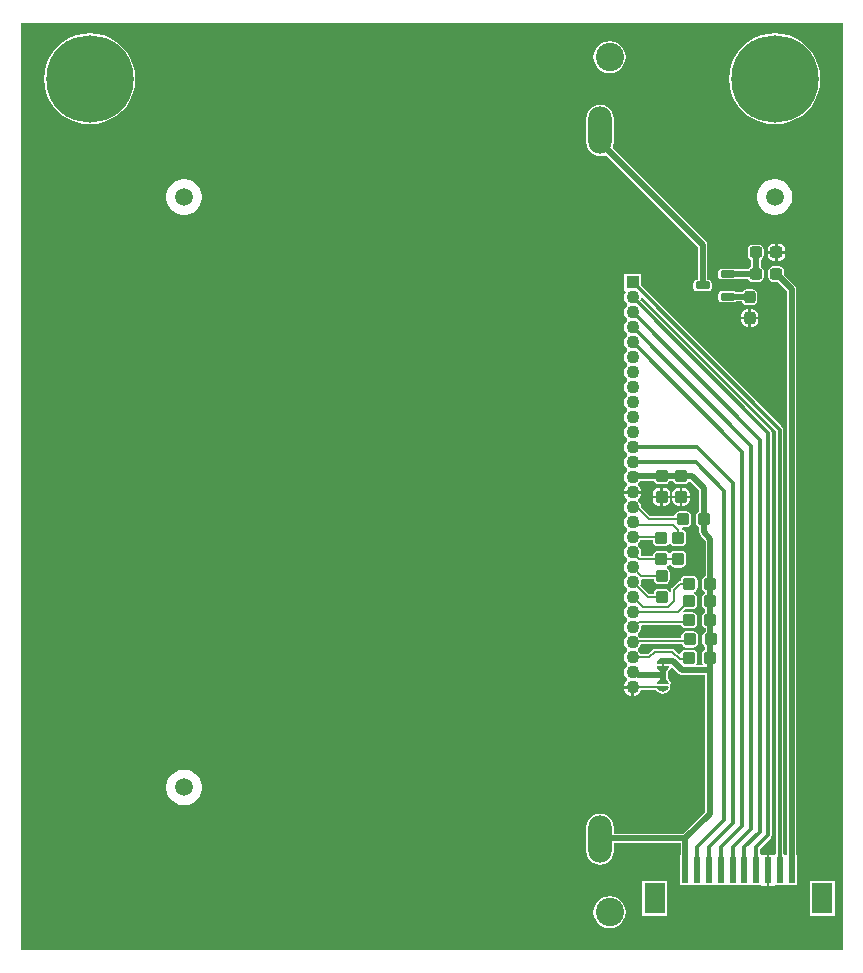
<source format=gbr>
%TF.GenerationSoftware,Altium Limited,Altium Designer,24.7.2 (38)*%
G04 Layer_Physical_Order=2*
G04 Layer_Color=16711680*
%FSLAX43Y43*%
%MOMM*%
%TF.SameCoordinates,6EE5CD54-FE70-432D-B01E-CA14D31D91FF*%
%TF.FilePolarity,Positive*%
%TF.FileFunction,Copper,L2,Bot,Signal*%
%TF.Part,Single*%
G01*
G75*
%TA.AperFunction,ComponentPad*%
%ADD10C,1.100*%
%ADD11R,1.100X1.100*%
%ADD12O,2.000X4.000*%
%ADD13C,2.400*%
%TA.AperFunction,Conductor*%
%ADD14C,0.152*%
%TA.AperFunction,NonConductor*%
%ADD15C,0.152*%
%TA.AperFunction,SMDPad,CuDef*%
G04:AMPARAMS|DCode=16|XSize=1.05mm|YSize=1.1mm|CornerRadius=0.263mm|HoleSize=0mm|Usage=FLASHONLY|Rotation=270.000|XOffset=0mm|YOffset=0mm|HoleType=Round|Shape=RoundedRectangle|*
%AMROUNDEDRECTD16*
21,1,1.050,0.575,0,0,270.0*
21,1,0.525,1.100,0,0,270.0*
1,1,0.525,-0.288,-0.263*
1,1,0.525,-0.288,0.263*
1,1,0.525,0.288,0.263*
1,1,0.525,0.288,-0.263*
%
%ADD16ROUNDEDRECTD16*%
%ADD17C,0.200*%
G04:AMPARAMS|DCode=18|XSize=1.05mm|YSize=1.1mm|CornerRadius=0.263mm|HoleSize=0mm|Usage=FLASHONLY|Rotation=0.000|XOffset=0mm|YOffset=0mm|HoleType=Round|Shape=RoundedRectangle|*
%AMROUNDEDRECTD18*
21,1,1.050,0.575,0,0,0.0*
21,1,0.525,1.100,0,0,0.0*
1,1,0.525,0.263,-0.288*
1,1,0.525,-0.263,-0.288*
1,1,0.525,-0.263,0.288*
1,1,0.525,0.263,0.288*
%
%ADD18ROUNDEDRECTD18*%
G04:AMPARAMS|DCode=19|XSize=1mm|YSize=1.05mm|CornerRadius=0.25mm|HoleSize=0mm|Usage=FLASHONLY|Rotation=270.000|XOffset=0mm|YOffset=0mm|HoleType=Round|Shape=RoundedRectangle|*
%AMROUNDEDRECTD19*
21,1,1.000,0.550,0,0,270.0*
21,1,0.500,1.050,0,0,270.0*
1,1,0.500,-0.275,-0.250*
1,1,0.500,-0.275,0.250*
1,1,0.500,0.275,0.250*
1,1,0.500,0.275,-0.250*
%
%ADD19ROUNDEDRECTD19*%
G04:AMPARAMS|DCode=20|XSize=1mm|YSize=1.05mm|CornerRadius=0.25mm|HoleSize=0mm|Usage=FLASHONLY|Rotation=0.000|XOffset=0mm|YOffset=0mm|HoleType=Round|Shape=RoundedRectangle|*
%AMROUNDEDRECTD20*
21,1,1.000,0.550,0,0,0.0*
21,1,0.500,1.050,0,0,0.0*
1,1,0.500,0.250,-0.275*
1,1,0.500,-0.250,-0.275*
1,1,0.500,-0.250,0.275*
1,1,0.500,0.250,0.275*
%
%ADD20ROUNDEDRECTD20*%
%ADD21R,1.800X2.600*%
%ADD22R,0.600X2.200*%
G04:AMPARAMS|DCode=23|XSize=1.23mm|YSize=0.6mm|CornerRadius=0.075mm|HoleSize=0mm|Usage=FLASHONLY|Rotation=180.000|XOffset=0mm|YOffset=0mm|HoleType=Round|Shape=RoundedRectangle|*
%AMROUNDEDRECTD23*
21,1,1.230,0.450,0,0,180.0*
21,1,1.080,0.600,0,0,180.0*
1,1,0.150,-0.540,0.225*
1,1,0.150,0.540,0.225*
1,1,0.150,0.540,-0.225*
1,1,0.150,-0.540,-0.225*
%
%ADD23ROUNDEDRECTD23*%
%TA.AperFunction,FiducialPad,Global*%
%ADD24C,1.500*%
%TA.AperFunction,Conductor*%
%ADD25C,0.300*%
%ADD26C,0.500*%
%ADD27C,0.200*%
%TA.AperFunction,NonConductor*%
%ADD28C,0.203*%
%TA.AperFunction,ComponentPad*%
%ADD29C,7.400*%
G36*
X69745Y-78745D02*
X151D01*
Y-261D01*
X69745D01*
Y-78745D01*
D02*
G37*
%LPC*%
G36*
X50016Y-1813D02*
X49663Y-1860D01*
X49335Y-1996D01*
X49052Y-2212D01*
X48836Y-2495D01*
X48700Y-2823D01*
X48653Y-3176D01*
X48700Y-3529D01*
X48836Y-3857D01*
X49052Y-4140D01*
X49335Y-4356D01*
X49663Y-4492D01*
X50016Y-4539D01*
X50369Y-4492D01*
X50697Y-4356D01*
X50980Y-4140D01*
X51196Y-3857D01*
X51332Y-3529D01*
X51379Y-3176D01*
X51332Y-2823D01*
X51196Y-2495D01*
X50980Y-2212D01*
X50697Y-1996D01*
X50369Y-1860D01*
X50016Y-1813D01*
D02*
G37*
G36*
X64000Y-1137D02*
X63396Y-1185D01*
X62806Y-1326D01*
X62246Y-1558D01*
X61729Y-1875D01*
X61269Y-2269D01*
X60875Y-2729D01*
X60558Y-3246D01*
X60326Y-3806D01*
X60185Y-4396D01*
X60137Y-5000D01*
X60185Y-5604D01*
X60326Y-6194D01*
X60558Y-6754D01*
X60875Y-7271D01*
X61269Y-7732D01*
X61729Y-8125D01*
X62246Y-8442D01*
X62806Y-8674D01*
X63396Y-8815D01*
X64000Y-8863D01*
X64604Y-8815D01*
X65194Y-8674D01*
X65754Y-8442D01*
X66271Y-8125D01*
X66732Y-7732D01*
X67125Y-7271D01*
X67442Y-6754D01*
X67674Y-6194D01*
X67815Y-5604D01*
X67863Y-5000D01*
X67815Y-4396D01*
X67674Y-3806D01*
X67442Y-3246D01*
X67125Y-2729D01*
X66732Y-2269D01*
X66271Y-1875D01*
X65754Y-1558D01*
X65194Y-1326D01*
X64604Y-1185D01*
X64000Y-1137D01*
D02*
G37*
G36*
X6000D02*
X5396Y-1185D01*
X4806Y-1326D01*
X4246Y-1558D01*
X3729Y-1875D01*
X3269Y-2269D01*
X2875Y-2729D01*
X2558Y-3246D01*
X2326Y-3806D01*
X2185Y-4396D01*
X2137Y-5000D01*
X2185Y-5604D01*
X2326Y-6194D01*
X2558Y-6754D01*
X2875Y-7271D01*
X3269Y-7732D01*
X3729Y-8125D01*
X4246Y-8442D01*
X4806Y-8674D01*
X5396Y-8815D01*
X6000Y-8863D01*
X6604Y-8815D01*
X7194Y-8674D01*
X7754Y-8442D01*
X8271Y-8125D01*
X8731Y-7732D01*
X9125Y-7271D01*
X9442Y-6754D01*
X9674Y-6194D01*
X9815Y-5604D01*
X9863Y-5000D01*
X9815Y-4396D01*
X9674Y-3806D01*
X9442Y-3246D01*
X9125Y-2729D01*
X8731Y-2269D01*
X8271Y-1875D01*
X7754Y-1558D01*
X7194Y-1326D01*
X6604Y-1185D01*
X6000Y-1137D01*
D02*
G37*
G36*
X64148Y-13506D02*
X63852D01*
X63562Y-13564D01*
X63289Y-13677D01*
X63044Y-13841D01*
X62835Y-14050D01*
X62671Y-14295D01*
X62558Y-14568D01*
X62500Y-14858D01*
Y-15154D01*
X62558Y-15444D01*
X62671Y-15717D01*
X62835Y-15962D01*
X63044Y-16171D01*
X63289Y-16335D01*
X63562Y-16448D01*
X63852Y-16506D01*
X64148D01*
X64438Y-16448D01*
X64711Y-16335D01*
X64956Y-16171D01*
X65165Y-15962D01*
X65329Y-15717D01*
X65442Y-15444D01*
X65500Y-15154D01*
Y-14858D01*
X65442Y-14568D01*
X65329Y-14295D01*
X65165Y-14050D01*
X64956Y-13841D01*
X64711Y-13677D01*
X64438Y-13564D01*
X64148Y-13506D01*
D02*
G37*
G36*
X14148D02*
X13852D01*
X13562Y-13564D01*
X13289Y-13677D01*
X13044Y-13841D01*
X12835Y-14050D01*
X12671Y-14295D01*
X12558Y-14568D01*
X12500Y-14858D01*
Y-15154D01*
X12558Y-15444D01*
X12671Y-15717D01*
X12835Y-15962D01*
X13044Y-16171D01*
X13289Y-16335D01*
X13562Y-16448D01*
X13852Y-16506D01*
X14148D01*
X14438Y-16448D01*
X14711Y-16335D01*
X14956Y-16171D01*
X15165Y-15962D01*
X15329Y-15717D01*
X15442Y-15444D01*
X15500Y-15154D01*
Y-14858D01*
X15442Y-14568D01*
X15329Y-14295D01*
X15165Y-14050D01*
X14956Y-13841D01*
X14711Y-13677D01*
X14438Y-13564D01*
X14148Y-13506D01*
D02*
G37*
G36*
X64419Y-18982D02*
X64244D01*
Y-19591D01*
X64878D01*
Y-19441D01*
X64843Y-19265D01*
X64743Y-19117D01*
X64595Y-19017D01*
X64419Y-18982D01*
D02*
G37*
G36*
X64044D02*
X63869D01*
X63693Y-19017D01*
X63545Y-19117D01*
X63445Y-19265D01*
X63410Y-19441D01*
Y-19591D01*
X64044D01*
Y-18982D01*
D02*
G37*
G36*
X64878Y-19791D02*
X64244D01*
Y-20400D01*
X64419D01*
X64595Y-20365D01*
X64743Y-20265D01*
X64843Y-20117D01*
X64878Y-19941D01*
Y-19791D01*
D02*
G37*
G36*
X64044D02*
X63410D01*
Y-19941D01*
X63445Y-20117D01*
X63545Y-20265D01*
X63693Y-20365D01*
X63869Y-20400D01*
X64044D01*
Y-19791D01*
D02*
G37*
G36*
X62669Y-19032D02*
X62119D01*
X61963Y-19063D01*
X61830Y-19152D01*
X61741Y-19285D01*
X61710Y-19441D01*
Y-19941D01*
X61741Y-20097D01*
X61830Y-20230D01*
X61963Y-20319D01*
X61985Y-20323D01*
Y-20903D01*
X61963Y-20907D01*
X61830Y-20996D01*
X61743Y-21126D01*
X60683D01*
X60639Y-21097D01*
X60551Y-21080D01*
X59471D01*
X59383Y-21097D01*
X59308Y-21147D01*
X59258Y-21222D01*
X59241Y-21310D01*
Y-21760D01*
X59258Y-21848D01*
X59308Y-21923D01*
X59383Y-21973D01*
X59471Y-21990D01*
X60551D01*
X60639Y-21973D01*
X60683Y-21944D01*
X61743D01*
X61830Y-22074D01*
X61963Y-22163D01*
X62119Y-22194D01*
X62669D01*
X62825Y-22163D01*
X62958Y-22074D01*
X63047Y-21941D01*
X63078Y-21785D01*
Y-21285D01*
X63047Y-21129D01*
X62958Y-20996D01*
X62825Y-20907D01*
X62803Y-20903D01*
Y-20323D01*
X62825Y-20319D01*
X62958Y-20230D01*
X63047Y-20097D01*
X63078Y-19941D01*
Y-19441D01*
X63047Y-19285D01*
X62958Y-19152D01*
X62825Y-19063D01*
X62669Y-19032D01*
D02*
G37*
G36*
X49226Y-7215D02*
X48926Y-7255D01*
X48646Y-7371D01*
X48405Y-7555D01*
X48221Y-7796D01*
X48105Y-8076D01*
X48065Y-8376D01*
Y-10376D01*
X48105Y-10676D01*
X48221Y-10956D01*
X48405Y-11197D01*
X48646Y-11381D01*
X48926Y-11497D01*
X49226Y-11537D01*
X49526Y-11497D01*
X49698Y-11426D01*
X57482Y-19210D01*
Y-22030D01*
X57351D01*
X57263Y-22047D01*
X57188Y-22097D01*
X57138Y-22172D01*
X57121Y-22260D01*
Y-22710D01*
X57138Y-22798D01*
X57188Y-22873D01*
X57263Y-22923D01*
X57351Y-22940D01*
X58431D01*
X58519Y-22923D01*
X58594Y-22873D01*
X58644Y-22798D01*
X58661Y-22710D01*
Y-22260D01*
X58644Y-22172D01*
X58594Y-22097D01*
X58519Y-22047D01*
X58431Y-22030D01*
X58300D01*
Y-19041D01*
X58269Y-18885D01*
X58180Y-18752D01*
X50276Y-10848D01*
X50347Y-10676D01*
X50387Y-10376D01*
Y-8376D01*
X50347Y-8076D01*
X50231Y-7796D01*
X50047Y-7555D01*
X49806Y-7371D01*
X49526Y-7255D01*
X49226Y-7215D01*
D02*
G37*
G36*
X62122Y-22817D02*
X61622D01*
X61466Y-22848D01*
X61333Y-22937D01*
X61273Y-23026D01*
X60683D01*
X60639Y-22997D01*
X60551Y-22980D01*
X59471D01*
X59383Y-22997D01*
X59308Y-23047D01*
X59258Y-23122D01*
X59241Y-23210D01*
Y-23660D01*
X59258Y-23748D01*
X59308Y-23823D01*
X59383Y-23873D01*
X59471Y-23890D01*
X60551D01*
X60639Y-23873D01*
X60683Y-23844D01*
X61227D01*
X61244Y-23932D01*
X61333Y-24065D01*
X61466Y-24154D01*
X61622Y-24185D01*
X62122D01*
X62278Y-24154D01*
X62411Y-24065D01*
X62500Y-23932D01*
X62531Y-23776D01*
Y-23226D01*
X62500Y-23070D01*
X62411Y-22937D01*
X62278Y-22848D01*
X62122Y-22817D01*
D02*
G37*
G36*
Y-24517D02*
X61972D01*
Y-25151D01*
X62581D01*
Y-24976D01*
X62546Y-24800D01*
X62446Y-24652D01*
X62298Y-24552D01*
X62122Y-24517D01*
D02*
G37*
G36*
X61772D02*
X61622D01*
X61446Y-24552D01*
X61298Y-24652D01*
X61198Y-24800D01*
X61163Y-24976D01*
Y-25151D01*
X61772D01*
Y-24517D01*
D02*
G37*
G36*
X62581Y-25351D02*
X61972D01*
Y-25985D01*
X62122D01*
X62298Y-25950D01*
X62446Y-25850D01*
X62546Y-25702D01*
X62581Y-25526D01*
Y-25351D01*
D02*
G37*
G36*
X61772D02*
X61163D01*
Y-25526D01*
X61198Y-25702D01*
X61298Y-25850D01*
X61446Y-25950D01*
X61622Y-25985D01*
X61772D01*
Y-25351D01*
D02*
G37*
G36*
X56326Y-39644D02*
X56163D01*
Y-40303D01*
X56797D01*
Y-40116D01*
X56761Y-39935D01*
X56659Y-39782D01*
X56506Y-39680D01*
X56326Y-39644D01*
D02*
G37*
G36*
X55963D02*
X55801D01*
X55620Y-39680D01*
X55467Y-39782D01*
X55365Y-39935D01*
X55329Y-40116D01*
Y-40303D01*
X55963D01*
Y-39644D01*
D02*
G37*
G36*
X54686D02*
X54523D01*
Y-40303D01*
X55158D01*
Y-40116D01*
X55122Y-39935D01*
X55019Y-39782D01*
X54866Y-39680D01*
X54686Y-39644D01*
D02*
G37*
G36*
X54323D02*
X54161D01*
X53981Y-39680D01*
X53828Y-39782D01*
X53725Y-39935D01*
X53689Y-40116D01*
Y-40303D01*
X54323D01*
Y-39644D01*
D02*
G37*
G36*
X56797Y-40503D02*
X56163D01*
Y-41162D01*
X56326D01*
X56506Y-41126D01*
X56659Y-41024D01*
X56761Y-40871D01*
X56797Y-40691D01*
Y-40503D01*
D02*
G37*
G36*
X55963D02*
X55329D01*
Y-40691D01*
X55365Y-40871D01*
X55467Y-41024D01*
X55620Y-41126D01*
X55801Y-41162D01*
X55963D01*
Y-40503D01*
D02*
G37*
G36*
X55158D02*
X54523D01*
Y-41162D01*
X54686D01*
X54866Y-41126D01*
X55019Y-41024D01*
X55122Y-40871D01*
X55158Y-40691D01*
Y-40503D01*
D02*
G37*
G36*
X54323D02*
X53689D01*
Y-40691D01*
X53725Y-40871D01*
X53828Y-41024D01*
X53981Y-41126D01*
X54161Y-41162D01*
X54323D01*
Y-40503D01*
D02*
G37*
G36*
X51866Y-56621D02*
X51223D01*
X51235Y-56717D01*
X51311Y-56899D01*
X51431Y-57056D01*
X51588Y-57176D01*
X51770Y-57252D01*
X51866Y-57264D01*
Y-56621D01*
D02*
G37*
G36*
X14148Y-63500D02*
X13852D01*
X13562Y-63558D01*
X13289Y-63671D01*
X13044Y-63835D01*
X12835Y-64044D01*
X12671Y-64289D01*
X12558Y-64562D01*
X12500Y-64852D01*
Y-65148D01*
X12558Y-65438D01*
X12671Y-65711D01*
X12835Y-65956D01*
X13044Y-66165D01*
X13289Y-66329D01*
X13562Y-66442D01*
X13852Y-66500D01*
X14148D01*
X14438Y-66442D01*
X14711Y-66329D01*
X14956Y-66165D01*
X15165Y-65956D01*
X15329Y-65711D01*
X15442Y-65438D01*
X15500Y-65148D01*
Y-64852D01*
X15442Y-64562D01*
X15329Y-64289D01*
X15165Y-64044D01*
X14956Y-63835D01*
X14711Y-63671D01*
X14438Y-63558D01*
X14148Y-63500D01*
D02*
G37*
G36*
X64419Y-20876D02*
X63869D01*
X63713Y-20907D01*
X63580Y-20996D01*
X63491Y-21129D01*
X63460Y-21285D01*
Y-21785D01*
X63491Y-21941D01*
X63580Y-22074D01*
X63713Y-22163D01*
X63869Y-22194D01*
X64250D01*
X65029Y-22973D01*
Y-70715D01*
X64889Y-70749D01*
X64744Y-70637D01*
Y-34702D01*
X64721Y-34585D01*
X64655Y-34485D01*
X52667Y-22498D01*
Y-21530D01*
X51265D01*
Y-22932D01*
X51330D01*
X51404Y-23082D01*
X51354Y-23147D01*
X51283Y-23318D01*
X51259Y-23501D01*
X51283Y-23684D01*
X51354Y-23855D01*
X51466Y-24001D01*
X51519Y-24041D01*
Y-24231D01*
X51466Y-24271D01*
X51354Y-24417D01*
X51283Y-24588D01*
X51259Y-24771D01*
X51283Y-24954D01*
X51354Y-25125D01*
X51466Y-25271D01*
X51519Y-25311D01*
Y-25501D01*
X51466Y-25541D01*
X51354Y-25687D01*
X51283Y-25858D01*
X51259Y-26041D01*
X51283Y-26224D01*
X51354Y-26395D01*
X51466Y-26541D01*
X51519Y-26581D01*
Y-26771D01*
X51466Y-26811D01*
X51354Y-26957D01*
X51283Y-27128D01*
X51259Y-27311D01*
X51283Y-27494D01*
X51354Y-27665D01*
X51466Y-27811D01*
X51519Y-27851D01*
Y-28041D01*
X51466Y-28081D01*
X51354Y-28227D01*
X51283Y-28398D01*
X51259Y-28581D01*
X51283Y-28764D01*
X51354Y-28935D01*
X51466Y-29081D01*
X51519Y-29121D01*
Y-29311D01*
X51466Y-29351D01*
X51354Y-29497D01*
X51283Y-29668D01*
X51259Y-29851D01*
X51283Y-30034D01*
X51354Y-30205D01*
X51466Y-30351D01*
X51519Y-30391D01*
Y-30581D01*
X51466Y-30621D01*
X51354Y-30767D01*
X51283Y-30938D01*
X51259Y-31121D01*
X51283Y-31304D01*
X51354Y-31475D01*
X51466Y-31621D01*
X51519Y-31661D01*
Y-31851D01*
X51466Y-31891D01*
X51354Y-32037D01*
X51283Y-32208D01*
X51259Y-32391D01*
X51283Y-32574D01*
X51354Y-32745D01*
X51466Y-32891D01*
X51519Y-32931D01*
Y-33121D01*
X51466Y-33161D01*
X51354Y-33307D01*
X51283Y-33478D01*
X51259Y-33661D01*
X51283Y-33844D01*
X51354Y-34015D01*
X51466Y-34161D01*
X51519Y-34201D01*
Y-34391D01*
X51466Y-34431D01*
X51354Y-34577D01*
X51283Y-34748D01*
X51259Y-34931D01*
X51283Y-35114D01*
X51354Y-35285D01*
X51466Y-35431D01*
X51519Y-35471D01*
Y-35661D01*
X51466Y-35701D01*
X51354Y-35847D01*
X51283Y-36018D01*
X51259Y-36201D01*
X51283Y-36384D01*
X51354Y-36555D01*
X51466Y-36701D01*
X51519Y-36741D01*
Y-36931D01*
X51466Y-36971D01*
X51354Y-37117D01*
X51283Y-37288D01*
X51259Y-37471D01*
X51283Y-37654D01*
X51354Y-37825D01*
X51466Y-37971D01*
X51519Y-38011D01*
Y-38201D01*
X51466Y-38241D01*
X51354Y-38387D01*
X51283Y-38558D01*
X51259Y-38741D01*
X51283Y-38924D01*
X51354Y-39095D01*
X51466Y-39241D01*
X51479Y-39251D01*
Y-39440D01*
X51431Y-39476D01*
X51311Y-39633D01*
X51235Y-39815D01*
X51223Y-39911D01*
X51966D01*
X52709D01*
X52697Y-39815D01*
X52621Y-39633D01*
X52501Y-39476D01*
X52453Y-39440D01*
Y-39251D01*
X52466Y-39241D01*
X52578Y-39095D01*
X52613Y-39012D01*
X53764D01*
X53771Y-39052D01*
X53863Y-39189D01*
X54000Y-39280D01*
X54161Y-39312D01*
X54686D01*
X54847Y-39280D01*
X54984Y-39189D01*
X55075Y-39052D01*
X55083Y-39012D01*
X55403D01*
X55411Y-39052D01*
X55503Y-39189D01*
X55639Y-39280D01*
X55801Y-39312D01*
X56326D01*
X56487Y-39280D01*
X56624Y-39189D01*
X56711Y-39058D01*
X56806Y-39048D01*
X56862Y-39046D01*
X57613Y-39797D01*
Y-41637D01*
X57573Y-41645D01*
X57436Y-41736D01*
X57345Y-41873D01*
X57313Y-42034D01*
Y-42559D01*
X57345Y-42721D01*
X57436Y-42858D01*
X57573Y-42949D01*
X57613Y-42957D01*
Y-43400D01*
X57644Y-43556D01*
X57733Y-43689D01*
X58155Y-44112D01*
Y-47104D01*
X58115Y-47112D01*
X57979Y-47203D01*
X57887Y-47340D01*
X57855Y-47501D01*
Y-48026D01*
X57887Y-48188D01*
X57979Y-48324D01*
X58115Y-48416D01*
X58138Y-48420D01*
Y-48572D01*
X58081Y-48583D01*
X57944Y-48674D01*
X57853Y-48811D01*
X57820Y-48973D01*
Y-49498D01*
X57853Y-49659D01*
X57944Y-49796D01*
X58081Y-49887D01*
X58121Y-49895D01*
Y-50194D01*
X58103Y-50198D01*
X57966Y-50289D01*
X57875Y-50426D01*
X57843Y-50587D01*
Y-51112D01*
X57875Y-51274D01*
X57966Y-51410D01*
X58103Y-51502D01*
X58143Y-51510D01*
Y-51816D01*
X58011Y-51904D01*
X57920Y-52041D01*
X57888Y-52202D01*
Y-52727D01*
X57920Y-52888D01*
X58011Y-53025D01*
X58123Y-53100D01*
Y-53351D01*
X58081Y-53360D01*
X57944Y-53451D01*
X57853Y-53588D01*
X57820Y-53749D01*
Y-54274D01*
X57853Y-54436D01*
X57908Y-54518D01*
X57838Y-54668D01*
X57422D01*
X57352Y-54518D01*
X57407Y-54436D01*
X57439Y-54274D01*
Y-53749D01*
X57407Y-53588D01*
X57315Y-53451D01*
X57178Y-53360D01*
X57017Y-53328D01*
X56442D01*
X56281Y-53360D01*
X56144Y-53451D01*
X56053Y-53588D01*
X56045Y-53626D01*
X55882Y-53676D01*
X55525Y-53319D01*
X55525Y-53319D01*
X55525Y-53319D01*
X55442Y-53264D01*
X55442D01*
X55442Y-53264D01*
X55345Y-53244D01*
X55345Y-53244D01*
X53827D01*
X53827Y-53244D01*
X53729Y-53264D01*
X53646Y-53319D01*
X53646Y-53319D01*
X53240Y-53725D01*
X52619D01*
X52578Y-53627D01*
X52466Y-53481D01*
X52413Y-53441D01*
Y-53251D01*
X52466Y-53211D01*
X52578Y-53065D01*
X52649Y-52894D01*
X52654Y-52856D01*
X56113D01*
X56120Y-52888D01*
X56211Y-53025D01*
X56348Y-53117D01*
X56509Y-53149D01*
X57084D01*
X57246Y-53117D01*
X57382Y-53025D01*
X57474Y-52888D01*
X57506Y-52727D01*
Y-52202D01*
X57474Y-52041D01*
X57382Y-51904D01*
X57246Y-51812D01*
X57084Y-51780D01*
X56509D01*
X56348Y-51812D01*
X56211Y-51904D01*
X56120Y-52041D01*
X56088Y-52202D01*
Y-52344D01*
X52568D01*
X52466Y-52211D01*
X52413Y-52171D01*
Y-51981D01*
X52466Y-51941D01*
X52578Y-51795D01*
X52649Y-51624D01*
X52673Y-51441D01*
X52668Y-51400D01*
X52799Y-51250D01*
X56070D01*
X56075Y-51274D01*
X56166Y-51410D01*
X56303Y-51502D01*
X56465Y-51534D01*
X57040D01*
X57201Y-51502D01*
X57338Y-51410D01*
X57429Y-51274D01*
X57461Y-51112D01*
Y-50587D01*
X57429Y-50426D01*
X57338Y-50289D01*
X57201Y-50198D01*
X57040Y-50166D01*
X56465D01*
X56350Y-50188D01*
X56276Y-50050D01*
X56413Y-49913D01*
X56442Y-49919D01*
X57017D01*
X57178Y-49887D01*
X57315Y-49796D01*
X57407Y-49659D01*
X57439Y-49498D01*
Y-48973D01*
X57407Y-48811D01*
X57315Y-48674D01*
X57178Y-48583D01*
X57160Y-48579D01*
Y-48426D01*
X57213Y-48416D01*
X57350Y-48324D01*
X57441Y-48188D01*
X57473Y-48026D01*
Y-47501D01*
X57441Y-47340D01*
X57350Y-47203D01*
X57213Y-47112D01*
X57052Y-47080D01*
X56477D01*
X56315Y-47112D01*
X56179Y-47203D01*
X56087Y-47340D01*
X56075Y-47401D01*
X55986Y-47508D01*
X55888Y-47527D01*
X55805Y-47583D01*
X55805Y-47583D01*
X55319Y-48069D01*
X55264Y-48152D01*
X55244Y-48250D01*
X55244Y-48250D01*
Y-48473D01*
X55094Y-48488D01*
X55087Y-48452D01*
X54996Y-48315D01*
X54859Y-48224D01*
X54697Y-48192D01*
X54172D01*
X54011Y-48224D01*
X53874Y-48315D01*
X53783Y-48452D01*
X53751Y-48613D01*
Y-48645D01*
X53342D01*
X52609Y-47912D01*
X52649Y-47814D01*
X52673Y-47631D01*
X52656Y-47500D01*
X52666Y-47470D01*
X52732Y-47387D01*
X52774Y-47357D01*
X53751D01*
Y-47388D01*
X53783Y-47550D01*
X53874Y-47687D01*
X54011Y-47778D01*
X54172Y-47810D01*
X54697D01*
X54859Y-47778D01*
X54996Y-47687D01*
X55087Y-47550D01*
X55119Y-47388D01*
Y-46813D01*
X55087Y-46652D01*
X54996Y-46515D01*
X54911Y-46459D01*
X54896Y-46303D01*
X54901Y-46285D01*
X54949Y-46254D01*
X55015Y-46155D01*
X55048Y-46146D01*
X55148D01*
X55181Y-46155D01*
X55248Y-46254D01*
X55384Y-46345D01*
X55546Y-46377D01*
X56071D01*
X56232Y-46345D01*
X56369Y-46254D01*
X56460Y-46117D01*
X56492Y-45956D01*
Y-45381D01*
X56460Y-45219D01*
X56369Y-45082D01*
X56232Y-44991D01*
X56071Y-44959D01*
X55546D01*
X55384Y-44991D01*
X55248Y-45082D01*
X55181Y-45181D01*
X55148Y-45190D01*
X55048D01*
X55015Y-45181D01*
X54949Y-45082D01*
X54812Y-44991D01*
X54650Y-44959D01*
X54125D01*
X53964Y-44991D01*
X53827Y-45082D01*
X53736Y-45219D01*
X53704Y-45381D01*
Y-45412D01*
X52754D01*
X52653Y-45279D01*
X52651Y-45262D01*
X52673Y-45091D01*
X52649Y-44908D01*
X52578Y-44737D01*
X52466Y-44591D01*
X52413Y-44551D01*
Y-44361D01*
X52466Y-44321D01*
X52578Y-44175D01*
X52619Y-44077D01*
X53704D01*
Y-44156D01*
X53736Y-44317D01*
X53827Y-44454D01*
X53964Y-44545D01*
X54125Y-44577D01*
X54650D01*
X54812Y-44545D01*
X54949Y-44454D01*
X55015Y-44355D01*
X55048Y-44346D01*
X55148D01*
X55181Y-44355D01*
X55248Y-44454D01*
X55384Y-44545D01*
X55546Y-44577D01*
X56071D01*
X56232Y-44545D01*
X56369Y-44454D01*
X56460Y-44317D01*
X56492Y-44156D01*
Y-43581D01*
X56460Y-43419D01*
X56369Y-43282D01*
X56232Y-43191D01*
X56202Y-43185D01*
X56180Y-43131D01*
X56280Y-42981D01*
X56509D01*
X56671Y-42949D01*
X56807Y-42858D01*
X56899Y-42721D01*
X56931Y-42559D01*
Y-42034D01*
X56899Y-41873D01*
X56807Y-41736D01*
X56671Y-41645D01*
X56509Y-41613D01*
X55934D01*
X55773Y-41645D01*
X55636Y-41736D01*
X55545Y-41873D01*
X55513Y-42034D01*
Y-42041D01*
X53427D01*
X52672Y-41286D01*
X52673Y-41281D01*
X52649Y-41098D01*
X52578Y-40927D01*
X52466Y-40781D01*
X52453Y-40771D01*
Y-40582D01*
X52501Y-40546D01*
X52621Y-40389D01*
X52697Y-40207D01*
X52709Y-40111D01*
X51966D01*
X51223D01*
X51235Y-40207D01*
X51311Y-40389D01*
X51431Y-40546D01*
X51479Y-40582D01*
Y-40771D01*
X51466Y-40781D01*
X51354Y-40927D01*
X51283Y-41098D01*
X51259Y-41281D01*
X51283Y-41464D01*
X51354Y-41635D01*
X51466Y-41781D01*
X51519Y-41821D01*
Y-42011D01*
X51466Y-42051D01*
X51354Y-42197D01*
X51283Y-42368D01*
X51259Y-42551D01*
X51283Y-42734D01*
X51354Y-42905D01*
X51466Y-43051D01*
X51519Y-43091D01*
Y-43281D01*
X51466Y-43321D01*
X51354Y-43467D01*
X51283Y-43638D01*
X51259Y-43821D01*
X51283Y-44004D01*
X51354Y-44175D01*
X51466Y-44321D01*
X51519Y-44361D01*
Y-44551D01*
X51466Y-44591D01*
X51354Y-44737D01*
X51283Y-44908D01*
X51259Y-45091D01*
X51283Y-45274D01*
X51354Y-45445D01*
X51466Y-45591D01*
X51519Y-45631D01*
Y-45821D01*
X51466Y-45861D01*
X51354Y-46007D01*
X51283Y-46178D01*
X51259Y-46361D01*
X51283Y-46544D01*
X51354Y-46715D01*
X51466Y-46861D01*
X51519Y-46901D01*
Y-47091D01*
X51466Y-47131D01*
X51354Y-47277D01*
X51283Y-47448D01*
X51259Y-47631D01*
X51283Y-47814D01*
X51354Y-47985D01*
X51466Y-48131D01*
X51519Y-48171D01*
Y-48361D01*
X51466Y-48401D01*
X51354Y-48547D01*
X51283Y-48718D01*
X51259Y-48901D01*
X51283Y-49084D01*
X51354Y-49255D01*
X51466Y-49401D01*
X51519Y-49441D01*
Y-49631D01*
X51466Y-49671D01*
X51354Y-49817D01*
X51283Y-49988D01*
X51259Y-50171D01*
X51283Y-50354D01*
X51354Y-50525D01*
X51466Y-50671D01*
X51519Y-50711D01*
Y-50901D01*
X51466Y-50941D01*
X51354Y-51087D01*
X51283Y-51258D01*
X51259Y-51441D01*
X51283Y-51624D01*
X51354Y-51795D01*
X51466Y-51941D01*
X51519Y-51981D01*
Y-52171D01*
X51466Y-52211D01*
X51354Y-52357D01*
X51283Y-52528D01*
X51259Y-52711D01*
X51283Y-52894D01*
X51354Y-53065D01*
X51466Y-53211D01*
X51519Y-53251D01*
Y-53441D01*
X51466Y-53481D01*
X51354Y-53627D01*
X51283Y-53798D01*
X51259Y-53981D01*
X51283Y-54164D01*
X51354Y-54335D01*
X51466Y-54481D01*
X51519Y-54521D01*
Y-54711D01*
X51466Y-54751D01*
X51354Y-54897D01*
X51283Y-55068D01*
X51259Y-55251D01*
X51283Y-55434D01*
X51354Y-55605D01*
X51466Y-55751D01*
X51479Y-55761D01*
Y-55950D01*
X51431Y-55986D01*
X51311Y-56143D01*
X51235Y-56325D01*
X51223Y-56421D01*
X51966D01*
Y-56521D01*
X52066D01*
Y-57264D01*
X52162Y-57252D01*
X52344Y-57176D01*
X52501Y-57056D01*
X52621Y-56899D01*
X52672Y-56777D01*
X53983D01*
X54001Y-56794D01*
X54006Y-56802D01*
X54012Y-56806D01*
X54043Y-56847D01*
X54102Y-56892D01*
X54120Y-56908D01*
X54127Y-56911D01*
X54144Y-56924D01*
X54147Y-56928D01*
X54158Y-56935D01*
X54184Y-56955D01*
X54210Y-56966D01*
X54246Y-56987D01*
X54267Y-56990D01*
X54283Y-57003D01*
X54344Y-57021D01*
X54347Y-57022D01*
X54349Y-57023D01*
X54377Y-57031D01*
X54395Y-57029D01*
X54425Y-57049D01*
X54523Y-57068D01*
X54620Y-57049D01*
X54645Y-57032D01*
X54648Y-57032D01*
X54660Y-57027D01*
X54695Y-57023D01*
X54699Y-57023D01*
X54771Y-56998D01*
X54781Y-56988D01*
X54787Y-56985D01*
X54801Y-56983D01*
X54818Y-56972D01*
X54861Y-56955D01*
X54916Y-56913D01*
X54938Y-56899D01*
X54944Y-56891D01*
X54963Y-56877D01*
X54970Y-56874D01*
X54979Y-56864D01*
X55002Y-56847D01*
X55023Y-56819D01*
X55051Y-56790D01*
X55058Y-56774D01*
X55059Y-56773D01*
X55072Y-56763D01*
X55101Y-56718D01*
X55109Y-56707D01*
X55112Y-56699D01*
X55130Y-56671D01*
X55134Y-56649D01*
X55148Y-56633D01*
X55172Y-56556D01*
X55177Y-56543D01*
X55178Y-56536D01*
X55179Y-56531D01*
X55177Y-56515D01*
X55185Y-56478D01*
X55177Y-56438D01*
X55177Y-56429D01*
X55172Y-56414D01*
X55167Y-56390D01*
X55159Y-56378D01*
X55159Y-56378D01*
X55174Y-56247D01*
X55176Y-56216D01*
X55179Y-56203D01*
X55191Y-56171D01*
X55181Y-56148D01*
X55183Y-56123D01*
X55145Y-56004D01*
X55130Y-55987D01*
X55126Y-55964D01*
X55083Y-55900D01*
X55069Y-55890D01*
X55062Y-55875D01*
X55034Y-55847D01*
X55002Y-55804D01*
X54943Y-55759D01*
Y-55219D01*
X54949Y-55215D01*
X54955Y-55207D01*
X54974Y-55193D01*
X54981Y-55190D01*
X54991Y-55180D01*
X55013Y-55163D01*
X55035Y-55135D01*
X55063Y-55106D01*
X55069Y-55090D01*
X55070Y-55089D01*
X55084Y-55079D01*
X55112Y-55034D01*
X55121Y-55023D01*
X55124Y-55015D01*
X55141Y-54987D01*
X55145Y-54965D01*
X55159Y-54949D01*
X55183Y-54872D01*
X55188Y-54859D01*
X55225Y-54835D01*
X55263Y-54818D01*
X55340Y-54805D01*
X55900Y-55366D01*
X56033Y-55455D01*
X56189Y-55486D01*
X58121D01*
Y-67046D01*
X56268Y-68899D01*
X50387D01*
Y-68376D01*
X50347Y-68076D01*
X50231Y-67796D01*
X50047Y-67555D01*
X49806Y-67371D01*
X49526Y-67255D01*
X49226Y-67215D01*
X48926Y-67255D01*
X48646Y-67371D01*
X48405Y-67555D01*
X48221Y-67796D01*
X48105Y-68076D01*
X48065Y-68376D01*
Y-70376D01*
X48105Y-70676D01*
X48221Y-70956D01*
X48405Y-71197D01*
X48646Y-71381D01*
X48926Y-71497D01*
X49226Y-71537D01*
X49526Y-71497D01*
X49806Y-71381D01*
X50047Y-71197D01*
X50231Y-70956D01*
X50347Y-70676D01*
X50387Y-70376D01*
Y-69716D01*
X56029D01*
Y-70749D01*
X55987D01*
Y-73251D01*
X56889D01*
Y-73251D01*
X56987D01*
Y-73251D01*
X57889D01*
Y-73251D01*
X57987D01*
Y-73251D01*
X58889D01*
Y-73251D01*
X58987D01*
Y-73251D01*
X59889D01*
Y-73251D01*
X59987D01*
Y-73251D01*
X60889D01*
Y-73251D01*
X60987D01*
Y-73251D01*
X61889D01*
Y-73251D01*
X61987D01*
Y-73251D01*
X62808D01*
X62938Y-73300D01*
X63018Y-73300D01*
X63338D01*
Y-72000D01*
Y-70700D01*
X62938D01*
X62894Y-70716D01*
X62744Y-70618D01*
Y-70190D01*
X63655Y-69279D01*
X63721Y-69180D01*
X63744Y-69062D01*
Y-34972D01*
X63721Y-34855D01*
X63655Y-34755D01*
X52630Y-23731D01*
X52649Y-23684D01*
X52663Y-23575D01*
X52822Y-23521D01*
X64131Y-34830D01*
Y-70618D01*
X63981Y-70716D01*
X63938Y-70700D01*
X63857Y-70700D01*
X63538D01*
Y-72000D01*
Y-73300D01*
X63938D01*
X64067Y-73251D01*
X64837D01*
X64987Y-73251D01*
X65039Y-73251D01*
X65889D01*
Y-70749D01*
X65846D01*
Y-22803D01*
X65815Y-22647D01*
X65727Y-22514D01*
X64828Y-21616D01*
Y-21285D01*
X64797Y-21129D01*
X64708Y-20996D01*
X64575Y-20907D01*
X64419Y-20876D01*
D02*
G37*
G36*
X69089Y-72949D02*
X66987D01*
Y-75851D01*
X69089D01*
Y-72949D01*
D02*
G37*
G36*
X54889D02*
X52787D01*
Y-75851D01*
X54889D01*
Y-72949D01*
D02*
G37*
G36*
X50016Y-74213D02*
X49663Y-74260D01*
X49335Y-74396D01*
X49052Y-74612D01*
X48836Y-74895D01*
X48700Y-75223D01*
X48653Y-75576D01*
X48700Y-75929D01*
X48836Y-76257D01*
X49052Y-76540D01*
X49335Y-76756D01*
X49663Y-76892D01*
X50016Y-76939D01*
X50369Y-76892D01*
X50697Y-76756D01*
X50980Y-76540D01*
X51196Y-76257D01*
X51332Y-75929D01*
X51379Y-75576D01*
X51332Y-75223D01*
X51196Y-74895D01*
X50980Y-74612D01*
X50697Y-74396D01*
X50369Y-74260D01*
X50016Y-74213D01*
D02*
G37*
%LPD*%
G36*
X54727Y-54070D02*
X54826Y-54128D01*
X54884Y-54182D01*
X54958Y-54255D01*
X55001Y-54320D01*
X55039Y-54438D01*
X54966Y-54514D01*
X54104D01*
X54051Y-54484D01*
X54034Y-54433D01*
X54065Y-54332D01*
X54122Y-54240D01*
X54204Y-54156D01*
X54341Y-54072D01*
X54412Y-54047D01*
X54633Y-54042D01*
X54727Y-54070D01*
D02*
G37*
G36*
X55017Y-54748D02*
X55034Y-54799D01*
X55003Y-54900D01*
X54945Y-54992D01*
X54864Y-55076D01*
X54727Y-55160D01*
X54656Y-55185D01*
X54435Y-55190D01*
X54341Y-55162D01*
X54242Y-55104D01*
X54183Y-55050D01*
X54110Y-54977D01*
X54067Y-54912D01*
X54028Y-54794D01*
X54102Y-54718D01*
X54964D01*
X55017Y-54748D01*
D02*
G37*
G36*
X54716Y-55805D02*
X54815Y-55863D01*
X54873Y-55916D01*
X54947Y-55990D01*
X54990Y-56055D01*
X55028Y-56173D01*
X54955Y-56249D01*
X54093D01*
X54040Y-56219D01*
X54022Y-56168D01*
X54054Y-56067D01*
X54111Y-55975D01*
X54192Y-55891D01*
X54329Y-55807D01*
X54401Y-55782D01*
X54622Y-55777D01*
X54716Y-55805D01*
D02*
G37*
G36*
X55005Y-56432D02*
X55023Y-56483D01*
X54992Y-56584D01*
X54934Y-56676D01*
X54853Y-56760D01*
X54716Y-56844D01*
X54644Y-56869D01*
X54423Y-56874D01*
X54329Y-56846D01*
X54230Y-56788D01*
X54172Y-56734D01*
X54098Y-56661D01*
X54056Y-56596D01*
X54017Y-56478D01*
X54091Y-56402D01*
X54953D01*
X55005Y-56432D01*
D02*
G37*
D10*
X51966Y-56521D02*
D03*
Y-55251D02*
D03*
Y-53981D02*
D03*
Y-52711D02*
D03*
Y-51441D02*
D03*
Y-50171D02*
D03*
Y-48901D02*
D03*
Y-47631D02*
D03*
Y-46361D02*
D03*
Y-45091D02*
D03*
Y-43821D02*
D03*
Y-42551D02*
D03*
Y-41281D02*
D03*
Y-40011D02*
D03*
Y-38741D02*
D03*
Y-37471D02*
D03*
Y-36201D02*
D03*
Y-34931D02*
D03*
Y-33661D02*
D03*
Y-32391D02*
D03*
Y-31121D02*
D03*
Y-29851D02*
D03*
Y-28581D02*
D03*
Y-27311D02*
D03*
Y-26041D02*
D03*
Y-24771D02*
D03*
Y-23501D02*
D03*
D11*
Y-22231D02*
D03*
D12*
X49226Y-9376D02*
D03*
Y-69376D02*
D03*
D13*
X50016Y-75576D02*
D03*
Y-3176D02*
D03*
D14*
X54092Y-56478D02*
G03*
X54105Y-56521I431J111D01*
G01*
D02*
G03*
X54169Y-56638I417J153D01*
G01*
X54953Y-56172D02*
G03*
X54523Y-55839I-431J-111D01*
G01*
Y-56812D02*
G03*
X54953Y-56478I0J444D01*
G01*
X54523Y-56812D02*
G03*
X54953Y-56478I-0J444D01*
G01*
X54169Y-56638D02*
G03*
X54523Y-56812I353J270D01*
G01*
X54953Y-56172D02*
G03*
X54523Y-55839I-431J-111D01*
G01*
X54374Y-55864D02*
G03*
X54092Y-56172I149J-419D01*
G01*
X54523Y-55839D02*
G03*
X54374Y-55864I0J-444D01*
G01*
D15*
X54103Y-54794D02*
G03*
X54964Y-54794I431J111D01*
G01*
Y-54438D02*
G03*
X54103Y-54438I-431J-111D01*
G01*
D16*
X58597Y-52464D02*
D03*
X56797D02*
D03*
X58530Y-54012D02*
D03*
X56730D02*
D03*
X58552Y-50850D02*
D03*
X56752D02*
D03*
X58530Y-49235D02*
D03*
X56730D02*
D03*
X58564Y-47764D02*
D03*
X56764D02*
D03*
X56222Y-42297D02*
D03*
X58022D02*
D03*
D17*
X54523Y-56638D02*
D03*
Y-56013D02*
D03*
X54534Y-54954D02*
D03*
Y-54278D02*
D03*
D18*
X56063Y-40403D02*
D03*
Y-38603D02*
D03*
X54423Y-40403D02*
D03*
Y-38603D02*
D03*
X54388Y-45668D02*
D03*
Y-43868D02*
D03*
X55808D02*
D03*
Y-45668D02*
D03*
X54435Y-48901D02*
D03*
Y-47101D02*
D03*
D19*
X64144Y-21535D02*
D03*
X62394D02*
D03*
X64144Y-19691D02*
D03*
X62394D02*
D03*
D20*
X61872Y-25251D02*
D03*
Y-23501D02*
D03*
D21*
X53838Y-74400D02*
D03*
X68038D02*
D03*
D22*
X58438Y-72000D02*
D03*
X61438D02*
D03*
X65438D02*
D03*
X64438D02*
D03*
X63438D02*
D03*
X62438D02*
D03*
X60438D02*
D03*
X59438D02*
D03*
X57438D02*
D03*
X56438D02*
D03*
D23*
X60011Y-21535D02*
D03*
X57891Y-22485D02*
D03*
X60011Y-23435D02*
D03*
D24*
X64000Y-15006D02*
D03*
X14000D02*
D03*
X14000Y-65000D02*
D03*
D25*
X59438Y-70062D02*
X61250Y-68250D01*
Y-36595D01*
X51966Y-27311D02*
X61250Y-36595D01*
X57451Y-36201D02*
X60500Y-39250D01*
X58438Y-70062D02*
X60500Y-68000D01*
Y-39250D01*
X57358Y-37471D02*
X59750Y-39863D01*
X57438Y-70062D02*
X59750Y-67750D01*
Y-39863D01*
X59438Y-72000D02*
Y-70062D01*
X51966Y-37471D02*
X57358D01*
X63438Y-69062D02*
Y-34972D01*
X51966Y-23501D02*
X63438Y-34972D01*
X62438Y-70062D02*
X63438Y-69062D01*
X51966Y-24771D02*
X62750Y-35555D01*
X61438Y-70062D02*
X62750Y-68750D01*
Y-35555D01*
X62000Y-68500D02*
Y-36075D01*
X51966Y-26041D02*
X62000Y-36075D01*
X60438Y-70062D02*
X62000Y-68500D01*
X62438Y-72000D02*
Y-70062D01*
X57438Y-72000D02*
Y-70062D01*
X51966Y-22231D02*
X64438Y-34702D01*
X58438Y-72000D02*
Y-70062D01*
X61438Y-72000D02*
Y-70062D01*
X60438Y-72000D02*
Y-70062D01*
X51966Y-36201D02*
X57451D01*
X64438Y-72000D02*
Y-34702D01*
D26*
X55391Y-54278D02*
X56189Y-55077D01*
X58530D01*
X58022Y-42297D02*
Y-39628D01*
X56063Y-38621D02*
X56069Y-38627D01*
X57021D02*
X58022Y-39628D01*
X56069Y-38627D02*
X57021D01*
X58022Y-43400D02*
Y-42297D01*
X54423Y-38603D02*
X56063D01*
X60011Y-23435D02*
X61806D01*
X61872Y-23501D01*
X58547Y-47781D02*
X58564Y-47764D01*
X58547Y-49183D02*
Y-47781D01*
Y-49183D02*
X58564Y-49200D01*
X58530Y-50827D02*
Y-49235D01*
X58552Y-52420D02*
Y-50850D01*
Y-52420D02*
X58597Y-52464D01*
X58530Y-54012D02*
X58532Y-54010D01*
Y-52529D02*
X58597Y-52464D01*
X58532Y-54010D02*
Y-52529D01*
X58530Y-55077D02*
Y-54012D01*
X56438Y-69308D02*
X58530Y-67215D01*
Y-55077D01*
X58564Y-47764D02*
Y-43942D01*
X58022Y-43400D02*
X58564Y-43942D01*
X59856Y-21518D02*
X59874Y-21535D01*
X57891Y-22485D02*
Y-19041D01*
X49226Y-10376D02*
Y-9376D01*
Y-10376D02*
X57891Y-19041D01*
X65438Y-72000D02*
Y-22803D01*
X62394Y-21535D02*
Y-19691D01*
X60011Y-21535D02*
X62394D01*
X59874D02*
X60011D01*
X64144D02*
X64169D01*
X65438Y-22803D01*
X49294Y-69308D02*
X56438D01*
Y-72000D02*
Y-69308D01*
X52452Y-55494D02*
X54534D01*
Y-54278D02*
X55391D01*
X51966Y-38741D02*
X52128D01*
X52266Y-38603D01*
X54423D01*
X49226Y-69376D02*
X49294Y-69308D01*
X54534Y-55827D02*
Y-55494D01*
Y-54954D01*
D27*
X52477Y-41453D02*
X53321Y-42297D01*
X56222D01*
X55500Y-49209D02*
Y-48250D01*
X55986Y-47764D01*
X54959Y-49750D02*
X55500Y-49209D01*
X55986Y-47764D02*
X56764D01*
X51966Y-50171D02*
X55794D01*
X56730Y-49235D01*
X52815Y-49750D02*
X54959D01*
X51966Y-51441D02*
X52086D01*
X52533Y-50994D01*
X57000D01*
X52077Y-52600D02*
X57057D01*
X55953Y-54108D02*
X56730D01*
X51966Y-48901D02*
X52815Y-49750D01*
X54388Y-45668D02*
X55808D01*
Y-43595D02*
Y-43159D01*
X55399Y-42750D02*
X55808Y-43159D01*
X52533Y-42750D02*
X55399D01*
X55808Y-43595D02*
X56063Y-43850D01*
X51966Y-42551D02*
X52138Y-42723D01*
X52506D02*
X52533Y-42750D01*
X52138Y-42723D02*
X52506D01*
X54341Y-43821D02*
X54388Y-43868D01*
X51966Y-43821D02*
X54341D01*
X51966Y-45091D02*
X52543Y-45668D01*
X54388D01*
X52706Y-47101D02*
X54435D01*
X51966Y-46361D02*
X52706Y-47101D01*
X53236Y-48901D02*
X54436D01*
X51966Y-47631D02*
X53236Y-48901D01*
X55345Y-53500D02*
X55953Y-54108D01*
X53827Y-53500D02*
X55345D01*
X53346Y-53981D02*
X53827Y-53500D01*
X51966Y-56521D02*
X54231D01*
X54523Y-56812D01*
X54523D02*
Y-56812D01*
X51966Y-52711D02*
X52077Y-52600D01*
X52210Y-55251D02*
X52452Y-55494D01*
X54523Y-56013D02*
Y-55838D01*
Y-56812D02*
Y-56638D01*
X51966Y-53981D02*
X53346D01*
X51966Y-41281D02*
X52138Y-41453D01*
X52477D01*
X51966Y-55251D02*
X52210D01*
D28*
X54534Y-54954D02*
Y-54278D01*
D29*
X64000Y-5000D02*
D03*
X6000D02*
D03*
%TF.MD5,3669dbf14c494774d75a623a0b4ac4f6*%
M02*

</source>
